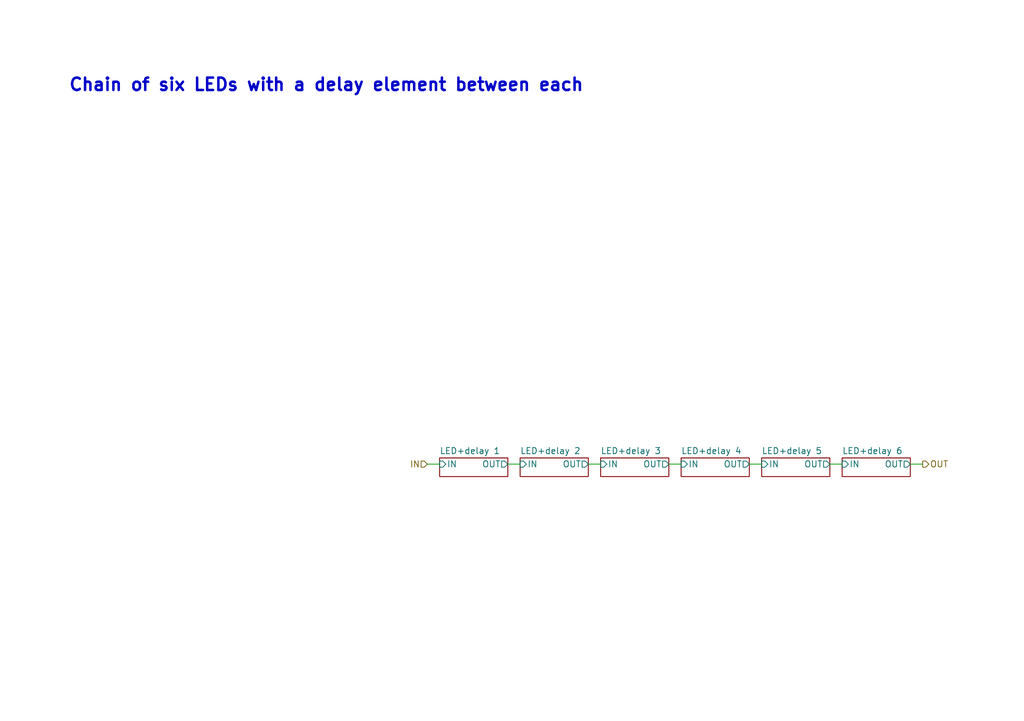
<source format=kicad_sch>
(kicad_sch (version 20211123) (generator eeschema)
  (paper "A5")
  (lib_symbols)
  (wire (pts (xy 186.69 95.25) (xy 189.23 95.25)))
  (wire (pts (xy 137.16 95.25) (xy 139.7 95.25)))
  (wire (pts (xy 120.65 95.25) (xy 123.19 95.25)))
  (wire (pts (xy 153.67 95.25) (xy 156.21 95.25)))
  (wire (pts (xy 104.14 95.25) (xy 106.68 95.25)))
  (wire (pts (xy 170.18 95.25) (xy 172.72 95.25)))
  (wire (pts (xy 87.63 95.25) (xy 90.17 95.25)))
  (text "Chain of six LEDs with a delay element between each" (at 13.97 19.05 0) (effects (font (size 2.54 2.54) (thickness 0.508) bold) (justify left bottom)))
  (hierarchical_label "OUT" (shape output) (at 189.23 95.25 0))
  (hierarchical_label "IN" (shape input) (at 87.63 95.25 180))
  (sheet (at 172.72 93.98) (size 13.97 3.81) (stroke (width 0.1524))
    (property "Sheet name" "LED+delay 6" (at 172.72 93.2684 0) (effects (justify left bottom)))
    (property "Sheet file" "led_chain_delay_link.kicad_sch" (effects hide))
    (pin "IN" input (at 172.72 95.25 180))
    (pin "OUT" output (at 186.69 95.25 0))
  )
  (sheet (at 123.19 93.98) (size 13.97 3.81) (stroke (width 0.1524))
    (property "Sheet name" "LED+delay 3" (at 123.19 93.2684 0) (effects (justify left bottom)))
    (property "Sheet file" "led_chain_delay_link.kicad_sch" (effects hide))
    (pin "IN" input (at 123.19 95.25 180))
    (pin "OUT" output (at 137.16 95.25 0))
  )
  (sheet (at 139.7 93.98) (size 13.97 3.81) (stroke (width 0.1524))
    (property "Sheet name" "LED+delay 4" (at 139.7 93.2684 0) (effects (justify left bottom)))
    (property "Sheet file" "led_chain_delay_link.kicad_sch" (effects hide))
    (pin "IN" input (at 139.7 95.25 180))
    (pin "OUT" output (at 153.67 95.25 0))
  )
  (sheet (at 106.68 93.98) (size 13.97 3.81) (stroke (width 0.1524))
    (property "Sheet name" "LED+delay 2" (at 106.68 93.2684 0) (effects (justify left bottom)))
    (property "Sheet file" "led_chain_delay_link.kicad_sch" (effects hide))
    (pin "IN" input (at 106.68 95.25 180))
    (pin "OUT" output (at 120.65 95.25 0))
  )
  (sheet (at 156.21 93.98) (size 13.97 3.81) (stroke (width 0.1524))
    (property "Sheet name" "LED+delay 5" (at 156.21 93.2684 0) (effects (justify left bottom)))
    (property "Sheet file" "led_chain_delay_link.kicad_sch" (effects hide))
    (pin "IN" input (at 156.21 95.25 180))
    (pin "OUT" output (at 170.18 95.25 0))
  )
  (sheet (at 90.17 93.98) (size 13.97 3.81) (stroke (width 0.1524))
    (property "Sheet name" "LED+delay 1" (at 90.17 93.2684 0) (effects (justify left bottom)))
    (property "Sheet file" "led_chain_delay_link.kicad_sch" (effects hide))
    (pin "IN" input (at 90.17 95.25 180))
    (pin "OUT" output (at 104.14 95.25 0))
  )
)
</source>
